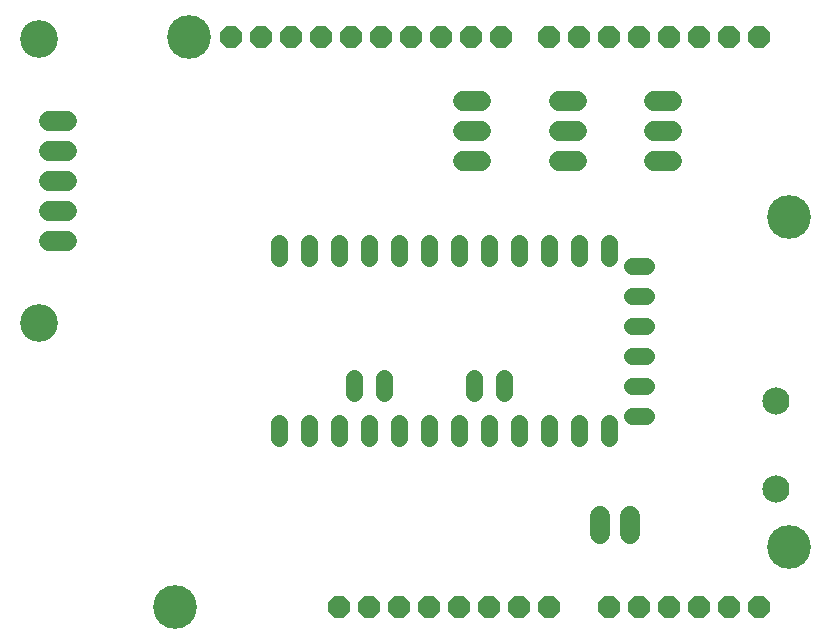
<source format=gbr>
G04 EAGLE Gerber RS-274X export*
G75*
%MOMM*%
%FSLAX34Y34*%
%LPD*%
%INSoldermask Bottom*%
%IPPOS*%
%AMOC8*
5,1,8,0,0,1.08239X$1,22.5*%
G01*
%ADD10C,3.703200*%
%ADD11C,3.203200*%
%ADD12C,1.727200*%
%ADD13C,1.403200*%
%ADD14P,2.034460X8X22.500000*%
%ADD15C,2.303200*%


D10*
X162000Y508000D03*
X150000Y25400D03*
X670000Y76200D03*
X670000Y355600D03*
D11*
X35000Y506000D03*
X35000Y265500D03*
D12*
X510300Y102220D02*
X510300Y86980D01*
X535700Y86980D02*
X535700Y102220D01*
D13*
X518200Y321000D02*
X518200Y333000D01*
X492800Y333000D02*
X492800Y321000D01*
X467400Y321000D02*
X467400Y333000D01*
X442000Y333000D02*
X442000Y321000D01*
X416600Y321000D02*
X416600Y333000D01*
X391200Y333000D02*
X391200Y321000D01*
X365800Y321000D02*
X365800Y333000D01*
X340400Y333000D02*
X340400Y321000D01*
X315000Y321000D02*
X315000Y333000D01*
X289600Y333000D02*
X289600Y321000D01*
X264200Y321000D02*
X264200Y333000D01*
X238800Y333000D02*
X238800Y321000D01*
X518200Y180600D02*
X518200Y168600D01*
X492800Y168600D02*
X492800Y180600D01*
X467400Y180600D02*
X467400Y168600D01*
X442000Y168600D02*
X442000Y180600D01*
X416600Y180600D02*
X416600Y168600D01*
X391200Y168600D02*
X391200Y180600D01*
X365800Y180600D02*
X365800Y168600D01*
X340400Y168600D02*
X340400Y180600D01*
X315000Y180600D02*
X315000Y168600D01*
X289600Y168600D02*
X289600Y180600D01*
X264200Y180600D02*
X264200Y168600D01*
X238800Y168600D02*
X238800Y180600D01*
X537600Y314300D02*
X549600Y314300D01*
X549600Y288900D02*
X537600Y288900D01*
X537600Y263500D02*
X549600Y263500D01*
X549600Y238100D02*
X537600Y238100D01*
X537600Y212700D02*
X549600Y212700D01*
X549600Y187300D02*
X537600Y187300D01*
X302300Y206700D02*
X302300Y218700D01*
X327700Y218700D02*
X327700Y206700D01*
X403900Y206700D02*
X403900Y218700D01*
X429300Y218700D02*
X429300Y206700D01*
D14*
X543400Y508000D03*
X518000Y25400D03*
X568800Y508000D03*
X594200Y508000D03*
X619600Y508000D03*
X645000Y508000D03*
X518000Y508000D03*
X492600Y508000D03*
X467200Y508000D03*
X426560Y508000D03*
X401160Y508000D03*
X375760Y508000D03*
X350360Y508000D03*
X324960Y508000D03*
X299560Y508000D03*
X274160Y508000D03*
X248760Y508000D03*
X543400Y25400D03*
X568800Y25400D03*
X594200Y25400D03*
X619600Y25400D03*
X645000Y25400D03*
X467200Y25400D03*
X441800Y25400D03*
X416400Y25400D03*
X391000Y25400D03*
X365600Y25400D03*
X340200Y25400D03*
X223360Y508000D03*
X197960Y508000D03*
X314800Y25400D03*
X289400Y25400D03*
D12*
X59020Y334800D02*
X43780Y334800D01*
X43780Y360200D02*
X59020Y360200D01*
X59020Y385600D02*
X43780Y385600D01*
X43780Y411000D02*
X59020Y411000D01*
X59020Y436400D02*
X43780Y436400D01*
D15*
X659500Y199400D03*
X659500Y125400D03*
D12*
X409639Y453917D02*
X394399Y453917D01*
X394399Y428517D02*
X409639Y428517D01*
X409639Y403117D02*
X394399Y403117D01*
X475132Y453917D02*
X490372Y453917D01*
X490372Y428517D02*
X475132Y428517D01*
X475132Y403117D02*
X490372Y403117D01*
X555866Y453917D02*
X571106Y453917D01*
X571106Y428517D02*
X555866Y428517D01*
X555866Y403117D02*
X571106Y403117D01*
M02*

</source>
